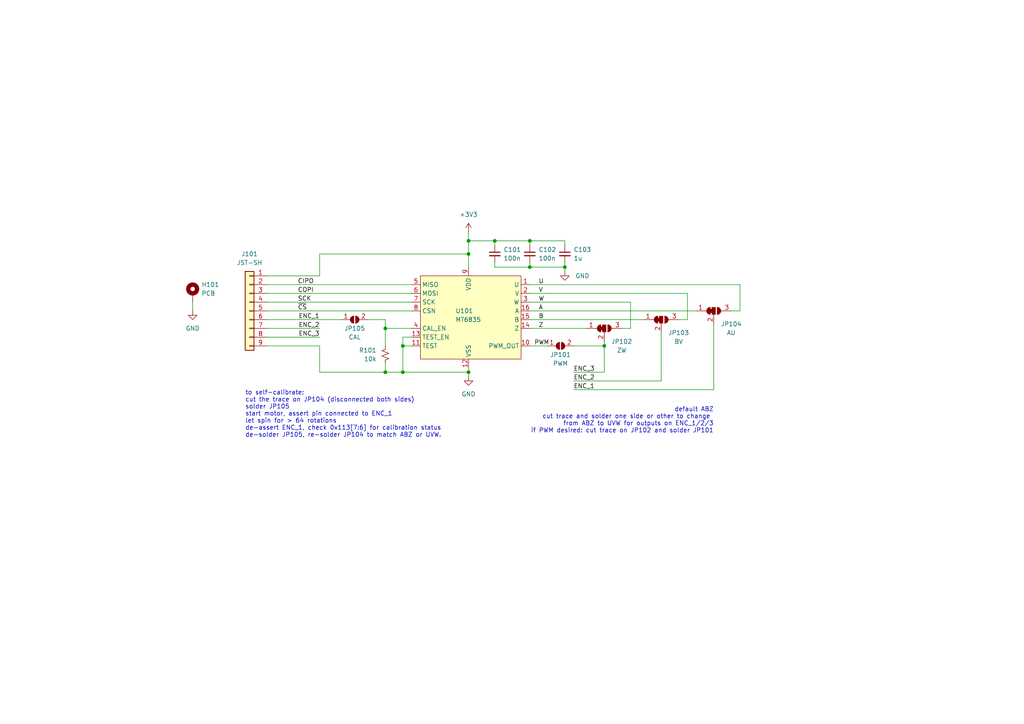
<source format=kicad_sch>
(kicad_sch (version 20230121) (generator eeschema)
  (paper "A4")
  (lib_symbols
    (symbol "Connector_Generic:Conn_01x09" (pin_names (offset 1.016) hide)
      (property "Reference" "J" (at 0 12.7 0))
      (property "Value" "Conn_01x09" (at 0 -12.7 0))
      (symbol "Conn_01x09_1_1"
        (rectangle (start -1.27 -10.033) (end 0 -10.287) (stroke (width 0.1524)))
        (rectangle (start -1.27 -7.493) (end 0 -7.747) (stroke (width 0.1524)))
        (rectangle (start -1.27 -4.953) (end 0 -5.207) (stroke (width 0.1524)))
        (rectangle (start -1.27 -2.413) (end 0 -2.667) (stroke (width 0.1524)))
        (rectangle (start -1.27 0.127) (end 0 -0.127) (stroke (width 0.1524)))
        (rectangle (start -1.27 2.667) (end 0 2.413) (stroke (width 0.1524)))
        (rectangle (start -1.27 5.207) (end 0 4.953) (stroke (width 0.1524)))
        (rectangle (start -1.27 7.747) (end 0 7.493) (stroke (width 0.1524)))
        (rectangle (start -1.27 10.287) (end 0 10.033) (stroke (width 0.1524)))
        (rectangle (start -1.27 11.43) (end 1.27 -11.43) (stroke (width 0.254)) (fill (type background)))
        (pin passive line (at -5.08 10.16 0) (length 3.81) (name "Pin_1") (number "1"))
        (pin passive line (at -5.08 7.62 0) (length 3.81) (name "Pin_2") (number "2"))
        (pin passive line (at -5.08 5.08 0) (length 3.81) (name "Pin_3") (number "3"))
        (pin passive line (at -5.08 2.54 0) (length 3.81) (name "Pin_4") (number "4"))
        (pin passive line (at -5.08 0 0) (length 3.81) (name "Pin_5") (number "5"))
        (pin passive line (at -5.08 -2.54 0) (length 3.81) (name "Pin_6") (number "6"))
        (pin passive line (at -5.08 -5.08 0) (length 3.81) (name "Pin_7") (number "7"))
        (pin passive line (at -5.08 -7.62 0) (length 3.81) (name "Pin_8") (number "8"))
        (pin passive line (at -5.08 -10.16 0) (length 3.81) (name "Pin_9") (number "9"))
      )
    )
    (symbol "Device:C_Small" (pin_numbers hide) (pin_names (offset 0.254) hide)
      (property "Reference" "C" (at 0.254 1.778 0))
      (property "Value" "C_Small" (at 0.254 -2.032 0))
      (symbol "C_Small_0_1"
        (polyline (pts (xy -1.524 -0.508) (xy 1.524 -0.508)) (stroke (width 0.3302)))
        (polyline (pts (xy -1.524 0.508) (xy 1.524 0.508)) (stroke (width 0.3048)))
      )
      (symbol "C_Small_1_1"
        (pin passive line (at 0 2.54 270) (length 2.032) (name "~") (number "1"))
        (pin passive line (at 0 -2.54 90) (length 2.032) (name "~") (number "2"))
      )
    )
    (symbol "Device:R_Small_US" (pin_numbers hide) (pin_names (offset 0.254) hide)
      (property "Reference" "R" (at 0.762 0.508 0))
      (property "Value" "R_Small_US" (at 0.762 -1.016 0))
      (symbol "R_Small_US_1_1"
        (polyline (pts (xy 0 0) (xy 1.016 -0.381) (xy 0 -0.762) (xy -1.016 -1.143) (xy 0 -1.524)))
        (polyline (pts (xy 0 1.524) (xy 1.016 1.143) (xy 0 0.762) (xy -1.016 0.381) (xy 0 0)))
        (pin passive line (at 0 2.54 270) (length 1.016) (name "~") (number "1"))
        (pin passive line (at 0 -2.54 90) (length 1.016) (name "~") (number "2"))
      )
    )
    (symbol "Jumper:SolderJumper_2_Open" (pin_names (offset 0) hide)
      (property "Reference" "JP" (at 0 2.032 0))
      (property "Value" "SolderJumper_2_Open" (at 0 -2.54 0))
      (symbol "SolderJumper_2_Open_0_1"
        (arc (start -0.254 1.016) (mid -1.2656 0) (end -0.254 -1.016))
        (arc (start -0.254 1.016) (mid -1.2656 0) (end -0.254 -1.016) (fill (type outline)))
        (polyline (pts (xy -0.254 1.016) (xy -0.254 -1.016)))
        (polyline (pts (xy 0.254 1.016) (xy 0.254 -1.016)))
        (arc (start 0.254 -1.016) (mid 1.2656 0) (end 0.254 1.016))
        (arc (start 0.254 -1.016) (mid 1.2656 0) (end 0.254 1.016) (fill (type outline)))
      )
      (symbol "SolderJumper_2_Open_1_1"
        (pin passive line (at -3.81 0 0) (length 2.54) (name "A") (number "1"))
        (pin passive line (at 3.81 0 180) (length 2.54) (name "B") (number "2"))
      )
    )
    (symbol "Jumper:SolderJumper_3_Bridged12" (pin_names (offset 0) hide)
      (property "Reference" "JP" (at -2.54 -2.54 0))
      (property "Value" "SolderJumper_3_Bridged12" (at 0 2.794 0))
      (symbol "SolderJumper_3_Bridged12_0_1"
        (rectangle (start -1.016 0.508) (end -0.508 -0.508) (fill (type outline)))
        (arc (start -1.016 1.016) (mid -2.0276 0) (end -1.016 -1.016))
        (arc (start -1.016 1.016) (mid -2.0276 0) (end -1.016 -1.016) (fill (type outline)))
        (rectangle (start -0.508 1.016) (end 0.508 -1.016) (fill (type outline)))
        (polyline (pts (xy -2.54 0) (xy -2.032 0)))
        (polyline (pts (xy -1.016 1.016) (xy -1.016 -1.016)))
        (polyline (pts (xy 0 -1.27) (xy 0 -1.016)))
        (polyline (pts (xy 1.016 1.016) (xy 1.016 -1.016)))
        (polyline (pts (xy 2.54 0) (xy 2.032 0)))
        (arc (start 1.016 -1.016) (mid 2.0276 0) (end 1.016 1.016))
        (arc (start 1.016 -1.016) (mid 2.0276 0) (end 1.016 1.016) (fill (type outline)))
      )
      (symbol "SolderJumper_3_Bridged12_1_1"
        (pin passive line (at -5.08 0 0) (length 2.54) (name "A") (number "1"))
        (pin passive line (at 0 -3.81 90) (length 2.54) (name "C") (number "2"))
        (pin passive line (at 5.08 0 180) (length 2.54) (name "B") (number "3"))
      )
    )
    (symbol "Mechanical:MountingHole_Pad" (pin_numbers hide) (pin_names (offset 1.016) hide)
      (property "Reference" "H" (at 0 6.35 0))
      (property "Value" "MountingHole_Pad" (at 0 4.445 0))
      (symbol "MountingHole_Pad_0_1"
        (circle (center 0 1.27) (radius 1.27) (stroke (width 1.27)))
      )
      (symbol "MountingHole_Pad_1_1"
        (pin input line (at 0 -2.54 90) (length 2.54) (name "1") (number "1"))
      )
    )
    (symbol "matei:MT6835"
      (property "Reference" "U" (at 0 6.35 0))
      (property "Value" "MT6835" (at 0 2.54 0))
      (symbol "MT6835_0_0"
        (pin output line (at 17.78 12.7 180) (length 2.54) (name "U") (number "1"))
        (pin output line (at 17.78 -5.08 180) (length 2.54) (name "PWM_OUT") (number "10"))
        (pin output line (at 17.78 0 180) (length 2.54) (name "Z") (number "14"))
        (pin output line (at 17.78 2.54 180) (length 2.54) (name "B") (number "15"))
        (pin output line (at 17.78 5.08 180) (length 2.54) (name "A") (number "16"))
        (pin output line (at 17.78 10.16 180) (length 2.54) (name "V") (number "2"))
        (pin output line (at 17.78 7.62 180) (length 2.54) (name "W") (number "3"))
        (pin input line (at -16.51 0 0) (length 2.54) (name "CAL_EN") (number "4"))
        (pin output line (at -16.51 12.7 0) (length 2.54) (name "MISO") (number "5"))
        (pin input line (at -16.51 10.16 0) (length 2.54) (name "MOSI") (number "6"))
        (pin input line (at -16.51 7.62 0) (length 2.54) (name "SCK") (number "7"))
        (pin input line (at -16.51 5.08 0) (length 2.54) (name "CSN") (number "8"))
      )
      (symbol "MT6835_0_1"
        (rectangle (start -13.97 15.24) (end 15.24 -8.89) (stroke (width 0.1524)) (fill (type background)))
      )
      (symbol "MT6835_1_0"
        (pin input line (at -16.51 -5.08 0) (length 2.54) (name "TEST") (number "11"))
        (pin power_in line (at 0 -11.43 90) (length 2.54) (name "VSS") (number "12"))
        (pin input line (at -16.51 -2.54 0) (length 2.54) (name "TEST_EN") (number "13"))
        (pin power_in line (at 0 17.78 270) (length 2.54) (name "VDD") (number "9"))
      )
    )
    (symbol "power:+3V3" (power) (pin_names (offset 0))
      (property "Value" "+3V3" (at 0 3.556 0))
      (symbol "+3V3_0_1"
        (polyline (pts (xy -0.762 1.27) (xy 0 2.54)))
        (polyline (pts (xy 0 0) (xy 0 2.54)))
        (polyline (pts (xy 0 2.54) (xy 0.762 1.27)))
      )
      (symbol "+3V3_1_1"
        (pin power_in line (at 0 0 90) (length 0) hide (name "+3V3") (number "1"))
      )
    )
    (symbol "power:GND" (power) (pin_names (offset 0))
      (property "Value" "GND" (at 0 -3.81 0))
      (symbol "GND_0_1"
        (polyline (pts (xy 0 0) (xy 0 -1.27) (xy 1.27 -1.27) (xy 0 -2.54) (xy -1.27 -1.27) (xy 0 -1.27)))
      )
      (symbol "GND_1_1"
        (pin power_in line (at 0 0 270) (length 0) hide (name "GND") (number "1"))
      )
    )
  )
  (junction (at 116.84 107.95))
  (junction (at 143.51 69.85))
  (junction (at 135.89 107.95))
  (junction (at 153.67 69.85))
  (junction (at 116.84 100.33))
  (junction (at 175.26 100.33))
  (junction (at 111.76 107.95))
  (junction (at 111.76 95.25))
  (junction (at 135.89 69.85))
  (junction (at 135.89 73.66))
  (junction (at 163.83 77.47))
  (junction (at 153.67 77.47))
  (wire (pts (xy 212.09 90.17) (xy 214.63 90.17)))
  (wire (pts (xy 153.67 77.47) (xy 163.83 77.47)))
  (wire (pts (xy 119.38 97.79) (xy 116.84 97.79)))
  (wire (pts (xy 143.51 69.85) (xy 143.51 71.12)))
  (wire (pts (xy 153.67 69.85) (xy 163.83 69.85)))
  (wire (pts (xy 111.76 92.71) (xy 106.68 92.71)))
  (wire (pts (xy 166.37 113.03) (xy 207.01 113.03)))
  (wire (pts (xy 191.77 96.52) (xy 191.77 110.49)))
  (wire (pts (xy 111.76 105.41) (xy 111.76 107.95)))
  (wire (pts (xy 119.38 95.25) (xy 111.76 95.25)))
  (wire (pts (xy 92.71 107.95) (xy 111.76 107.95)))
  (wire (pts (xy 196.85 92.71) (xy 199.39 92.71)))
  (wire (pts (xy 92.71 80.01) (xy 92.71 73.66)))
  (wire (pts (xy 135.89 69.85) (xy 143.51 69.85)))
  (wire (pts (xy 180.34 95.25) (xy 182.88 95.25)))
  (wire (pts (xy 163.83 69.85) (xy 163.83 71.12)))
  (wire (pts (xy 111.76 95.25) (xy 111.76 100.33)))
  (wire (pts (xy 182.88 87.63) (xy 153.67 87.63)))
  (wire (pts (xy 92.71 100.33) (xy 92.71 107.95)))
  (wire (pts (xy 111.76 107.95) (xy 116.84 107.95)))
  (wire (pts (xy 163.83 77.47) (xy 163.83 78.74)))
  (wire (pts (xy 153.67 100.33) (xy 158.75 100.33)))
  (wire (pts (xy 92.71 73.66) (xy 135.89 73.66)))
  (wire (pts (xy 77.47 82.55) (xy 119.38 82.55)))
  (wire (pts (xy 55.88 87.63) (xy 55.88 90.17)))
  (wire (pts (xy 166.37 110.49) (xy 191.77 110.49)))
  (wire (pts (xy 166.37 107.95) (xy 175.26 107.95)))
  (wire (pts (xy 135.89 107.95) (xy 135.89 109.22)))
  (wire (pts (xy 175.26 100.33) (xy 175.26 107.95)))
  (wire (pts (xy 116.84 107.95) (xy 135.89 107.95)))
  (wire (pts (xy 77.47 90.17) (xy 119.38 90.17)))
  (wire (pts (xy 182.88 95.25) (xy 182.88 87.63)))
  (wire (pts (xy 77.47 95.25) (xy 92.71 95.25)))
  (wire (pts (xy 77.47 87.63) (xy 119.38 87.63)))
  (wire (pts (xy 116.84 97.79) (xy 116.84 100.33)))
  (wire (pts (xy 163.83 76.2) (xy 163.83 77.47)))
  (wire (pts (xy 77.47 80.01) (xy 92.71 80.01)))
  (wire (pts (xy 119.38 100.33) (xy 116.84 100.33)))
  (wire (pts (xy 153.67 92.71) (xy 186.69 92.71)))
  (wire (pts (xy 153.67 76.2) (xy 153.67 77.47)))
  (wire (pts (xy 77.47 92.71) (xy 99.06 92.71)))
  (wire (pts (xy 199.39 92.71) (xy 199.39 85.09)))
  (wire (pts (xy 135.89 67.31) (xy 135.89 69.85)))
  (wire (pts (xy 143.51 76.2) (xy 143.51 77.47)))
  (wire (pts (xy 116.84 100.33) (xy 116.84 107.95)))
  (wire (pts (xy 143.51 69.85) (xy 153.67 69.85)))
  (wire (pts (xy 214.63 82.55) (xy 153.67 82.55)))
  (wire (pts (xy 153.67 95.25) (xy 170.18 95.25)))
  (wire (pts (xy 77.47 85.09) (xy 119.38 85.09)))
  (wire (pts (xy 143.51 77.47) (xy 153.67 77.47)))
  (wire (pts (xy 153.67 90.17) (xy 201.93 90.17)))
  (wire (pts (xy 207.01 93.98) (xy 207.01 113.03)))
  (wire (pts (xy 135.89 73.66) (xy 135.89 77.47)))
  (wire (pts (xy 175.26 100.33) (xy 175.26 99.06)))
  (wire (pts (xy 135.89 106.68) (xy 135.89 107.95)))
  (wire (pts (xy 135.89 69.85) (xy 135.89 73.66)))
  (wire (pts (xy 166.37 100.33) (xy 175.26 100.33)))
  (wire (pts (xy 77.47 100.33) (xy 92.71 100.33)))
  (wire (pts (xy 199.39 85.09) (xy 153.67 85.09)))
  (wire (pts (xy 77.47 97.79) (xy 92.71 97.79)))
  (wire (pts (xy 111.76 92.71) (xy 111.76 95.25)))
  (wire (pts (xy 214.63 90.17) (xy 214.63 82.55)))
  (wire (pts (xy 153.67 69.85) (xy 153.67 71.12)))
  (text "default ABZ\ncut trace and solder one side or other to change \nfrom ABZ to UVW for outputs on ENC_1/2/3\nif PWM desired: cut trace on JP102 and solder JP101" (at 207.01 125.73 0) (effects (font (size 1.27 1.27)) (justify right bottom)))
  (text "to self-calibrate: \ncut the trace on JP104 (disconnected both sides)\nsolder JP105\nstart motor, assert pin connected to ENC_1 \nlet spin for > 64 rotations\nde-assert ENC_1, check 0x113[7:6] for calibration status\nde-solder JP105, re-solder JP104 to match ABZ or UVW." (at 71.12 127 0) (effects (font (size 1.27 1.27)) (justify left bottom)))
  (label "ENC_1" (at 92.71 92.71 180))
  (label "U" (at 156.21 82.55 0))
  (label "ENC_2" (at 92.71 95.25 180))
  (label "CIPO" (at 86.36 82.55 0))
  (label "ENC_2" (at 166.37 110.49 0))
  (label "V" (at 156.21 85.09 0))
  (label "ENC_3" (at 92.71 97.79 180))
  (label "ENC_1" (at 166.37 113.03 0))
  (label "PWM" (at 154.94 100.33 0))
  (label "A" (at 156.21 90.17 0))
  (label "SCK" (at 86.36 87.63 0))
  (label "B" (at 156.21 92.71 0))
  (label "Z" (at 156.21 95.25 0))
  (label "ENC_3" (at 166.37 107.95 0))
  (label "W" (at 156.21 87.63 0))
  (label "COPI" (at 86.36 85.09 0))
  (label "~{CS}" (at 86.36 90.17 0))
  (symbol (lib_id "Jumper:SolderJumper_3_Bridged12") (at 191.77 92.71 0) (unit 1)
    (property "Reference" "JP103" (at 196.85 96.52 0))
    (property "Value" "BV" (at 196.85 99.06 0))
    (property "Footprint" "Jumper:SolderJumper-3_P1.3mm_Bridged12_RoundedPad1.0x1.5mm" (effects hide))
  )
  (symbol (lib_id "Jumper:SolderJumper_3_Bridged12") (at 175.26 95.25 0) (unit 1)
    (property "Reference" "JP102" (at 180.34 99.06 0))
    (property "Value" "ZW" (at 180.34 101.6 0))
    (property "Footprint" "Jumper:SolderJumper-3_P1.3mm_Bridged12_RoundedPad1.0x1.5mm" (effects hide))
  )
  (symbol (lib_id "Jumper:SolderJumper_2_Open") (at 102.87 92.71 0) (unit 1)
    (property "Reference" "JP105" (at 102.87 95.25 0))
    (property "Value" "CAL" (at 102.87 97.79 0))
    (property "Footprint" "Jumper:SolderJumper-2_P1.3mm_Open_RoundedPad1.0x1.5mm" (effects hide))
  )
  (symbol (lib_id "Jumper:SolderJumper_3_Bridged12") (at 207.01 90.17 0) (unit 1)
    (property "Reference" "JP104" (at 212.09 93.98 0))
    (property "Value" "AU" (at 212.09 96.52 0))
    (property "Footprint" "Jumper:SolderJumper-3_P1.3mm_Bridged12_RoundedPad1.0x1.5mm" (effects hide))
  )
  (symbol (lib_id "Jumper:SolderJumper_2_Open") (at 162.56 100.33 0) (unit 1)
    (property "Reference" "JP101" (at 162.56 102.87 0))
    (property "Value" "PWM" (at 162.56 105.41 0))
    (property "Footprint" "Jumper:SolderJumper-2_P1.3mm_Open_RoundedPad1.0x1.5mm" (effects hide))
  )
  (symbol (lib_id "Device:C_Small") (at 143.51 73.66 0) (unit 1)
    (property "Reference" "C101" (at 146.05 72.3963 0) (effects (justify left)))
    (property "Value" "100n" (at 146.05 74.9363 0) (effects (justify left)))
    (property "Footprint" "Capacitor_SMD:C_0402_1005Metric" (effects hide))
    (property "JLCPCB Part #" "C307331" (effects hide))
  )
  (symbol (lib_id "Device:C_Small") (at 163.83 73.66 0) (unit 1)
    (property "Reference" "C103" (at 166.37 72.3963 0) (effects (justify left)))
    (property "Value" "1u" (at 166.37 74.9363 0) (effects (justify left)))
    (property "Footprint" "Capacitor_SMD:C_0402_1005Metric" (effects hide))
    (property "JLCPCB Part #" "C52923" (effects hide))
  )
  (symbol (lib_id "Device:C_Small") (at 153.67 73.66 0) (unit 1)
    (property "Reference" "C102" (at 156.21 72.3963 0) (effects (justify left)))
    (property "Value" "100n" (at 156.21 74.9363 0) (effects (justify left)))
    (property "Footprint" "Capacitor_SMD:C_0402_1005Metric" (effects hide))
    (property "JLCPCB Part #" "C307331" (effects hide))
  )
  (symbol (lib_id "power:GND") (at 135.89 109.22 0) (unit 1)
    (property "Reference" "#PWR0101" (effects hide))
    (property "Value" "GND" (at 135.89 114.3 0))
  )
  (symbol (lib_id "power:GND") (at 163.83 78.74 0) (unit 1)
    (property "Reference" "#PWR0103" (effects hide))
    (property "Value" "GND" (at 168.91 80.01 0))
  )
  (symbol (lib_id "power:GND") (at 55.88 90.17 0) (unit 1)
    (property "Reference" "#PWR0104" (effects hide))
    (property "Value" "GND" (at 55.88 95.25 0))
  )
  (symbol (lib_id "power:+3V3") (at 135.89 67.31 0) (unit 1)
    (property "Reference" "#PWR0102" (effects hide))
    (property "Value" "+3V3" (at 135.89 62.23 0))
  )
  (symbol (lib_id "Device:R_Small_US") (at 111.76 102.87 0) (mirror y) (unit 1)
    (property "Reference" "R101" (at 109.22 101.6 0) (effects (justify left)))
    (property "Value" "10k" (at 109.22 104.14 0) (effects (justify left)))
    (property "Footprint" "Resistor_SMD:R_0402_1005Metric" (effects hide))
    (property "JLCPCB Part #" "C25744" (effects hide))
  )
  (symbol (lib_id "Mechanical:MountingHole_Pad") (at 55.88 85.09 0) (unit 1)
    (property "Reference" "H101" (at 58.42 82.55 0) (effects (justify left)))
    (property "Value" "PCB" (at 58.42 85.09 0) (effects (justify left)))
    (property "Footprint" "mechanical:NEMA17" (effects hide))
  )
  (symbol (lib_id "Connector_Generic:Conn_01x09") (at 72.39 90.17 0) (mirror y) (unit 1)
    (property "Reference" "J101" (at 72.39 73.66 0))
    (property "Value" "JST-SH" (at 72.39 76.2 0))
    (property "Footprint" "easyeda2kicad:CONN-SMD_AFC10-S09QCC-00" (effects hide))
    (property "JLCPCB Part #" "C2764188" (effects hide))
  )
  (symbol (lib_id "matei:MT6835") (at 135.89 95.25 0) (unit 1)
    (property "Reference" "U101" (at 132.08 90.17 0) (effects (justify left)))
    (property "Value" "MT6835" (at 132.08 92.71 0) (effects (justify left)))
    (property "Footprint" "matei:MagnTek TSSOP-16-1EP_4.4x5mm_P0.65mm" (effects hide))
    (property "Datasheet" "http://www.magntek.com.cn/upload/MT6835_Rev.1.2.pdf" (effects hide))
    (property "JLCPCB Part #" "C2932578" (effects hide))
  )
)
</source>
